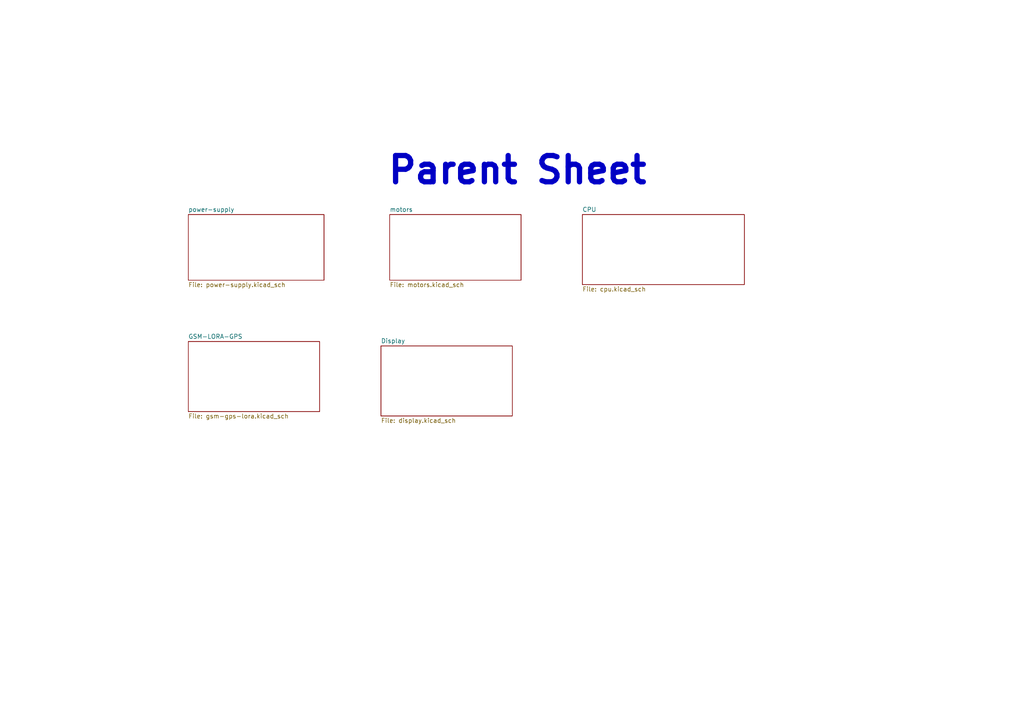
<source format=kicad_sch>
(kicad_sch
	(version 20231120)
	(generator "eeschema")
	(generator_version "8.0")
	(uuid "bb87b3c4-a185-4d09-b637-e12eb905a163")
	(paper "A4")
	(title_block
		(company "Spectrol Systems")
	)
	(lib_symbols)
	(text "Parent Sheet"
		(exclude_from_sim no)
		(at 150.114 49.53 0)
		(effects
			(font
				(size 7.62 7.62)
				(thickness 1.524)
				(bold yes)
			)
		)
		(uuid "0636b50b-6359-4f66-a3e7-5ed9dd962d40")
	)
	(sheet
		(at 168.91 62.23)
		(size 46.99 20.32)
		(fields_autoplaced yes)
		(stroke
			(width 0.1524)
			(type solid)
		)
		(fill
			(color 0 0 0 0.0000)
		)
		(uuid "352710a6-4149-4b34-9aff-6e0962dc543a")
		(property "Sheetname" "CPU"
			(at 168.91 61.5184 0)
			(effects
				(font
					(size 1.27 1.27)
				)
				(justify left bottom)
			)
		)
		(property "Sheetfile" "cpu.kicad_sch"
			(at 168.91 83.1346 0)
			(effects
				(font
					(size 1.27 1.27)
				)
				(justify left top)
			)
		)
		(instances
			(project "cosmas"
				(path "/bb87b3c4-a185-4d09-b637-e12eb905a163"
					(page "4")
				)
			)
		)
	)
	(sheet
		(at 54.61 99.06)
		(size 38.1 20.32)
		(fields_autoplaced yes)
		(stroke
			(width 0.1524)
			(type solid)
		)
		(fill
			(color 0 0 0 0.0000)
		)
		(uuid "6a26fb06-24b3-4562-a35b-864dc5cf9817")
		(property "Sheetname" "GSM-LORA-GPS"
			(at 54.61 98.3484 0)
			(effects
				(font
					(size 1.27 1.27)
				)
				(justify left bottom)
			)
		)
		(property "Sheetfile" "gsm-gps-lora.kicad_sch"
			(at 54.61 119.9646 0)
			(effects
				(font
					(size 1.27 1.27)
				)
				(justify left top)
			)
		)
		(instances
			(project "cosmas"
				(path "/bb87b3c4-a185-4d09-b637-e12eb905a163"
					(page "5")
				)
			)
		)
	)
	(sheet
		(at 54.61 62.23)
		(size 39.37 19.05)
		(fields_autoplaced yes)
		(stroke
			(width 0.1524)
			(type solid)
		)
		(fill
			(color 0 0 0 0.0000)
		)
		(uuid "754711c9-36ba-4afa-bf8e-e5deef39e0a7")
		(property "Sheetname" "power-supply"
			(at 54.61 61.5184 0)
			(effects
				(font
					(size 1.27 1.27)
				)
				(justify left bottom)
			)
		)
		(property "Sheetfile" "power-supply.kicad_sch"
			(at 54.61 81.8646 0)
			(effects
				(font
					(size 1.27 1.27)
				)
				(justify left top)
			)
		)
		(instances
			(project "cosmas"
				(path "/bb87b3c4-a185-4d09-b637-e12eb905a163"
					(page "2")
				)
			)
		)
	)
	(sheet
		(at 110.49 100.33)
		(size 38.1 20.32)
		(fields_autoplaced yes)
		(stroke
			(width 0.1524)
			(type solid)
		)
		(fill
			(color 0 0 0 0.0000)
		)
		(uuid "7a0208f7-8bed-4b73-b815-407447bdecd6")
		(property "Sheetname" "Display"
			(at 110.49 99.6184 0)
			(effects
				(font
					(size 1.27 1.27)
				)
				(justify left bottom)
			)
		)
		(property "Sheetfile" "display.kicad_sch"
			(at 110.49 121.2346 0)
			(effects
				(font
					(size 1.27 1.27)
				)
				(justify left top)
			)
		)
		(instances
			(project "cosmas"
				(path "/bb87b3c4-a185-4d09-b637-e12eb905a163"
					(page "6")
				)
			)
		)
	)
	(sheet
		(at 113.03 62.23)
		(size 38.1 19.05)
		(fields_autoplaced yes)
		(stroke
			(width 0.1524)
			(type solid)
		)
		(fill
			(color 0 0 0 0.0000)
		)
		(uuid "f2285c6b-634a-4a35-87b5-faaf19acbf0e")
		(property "Sheetname" "motors"
			(at 113.03 61.5184 0)
			(effects
				(font
					(size 1.27 1.27)
				)
				(justify left bottom)
			)
		)
		(property "Sheetfile" "motors.kicad_sch"
			(at 113.03 81.8646 0)
			(effects
				(font
					(size 1.27 1.27)
				)
				(justify left top)
			)
		)
		(instances
			(project "cosmas"
				(path "/bb87b3c4-a185-4d09-b637-e12eb905a163"
					(page "3")
				)
			)
		)
	)
	(sheet_instances
		(path "/"
			(page "1")
		)
	)
)

</source>
